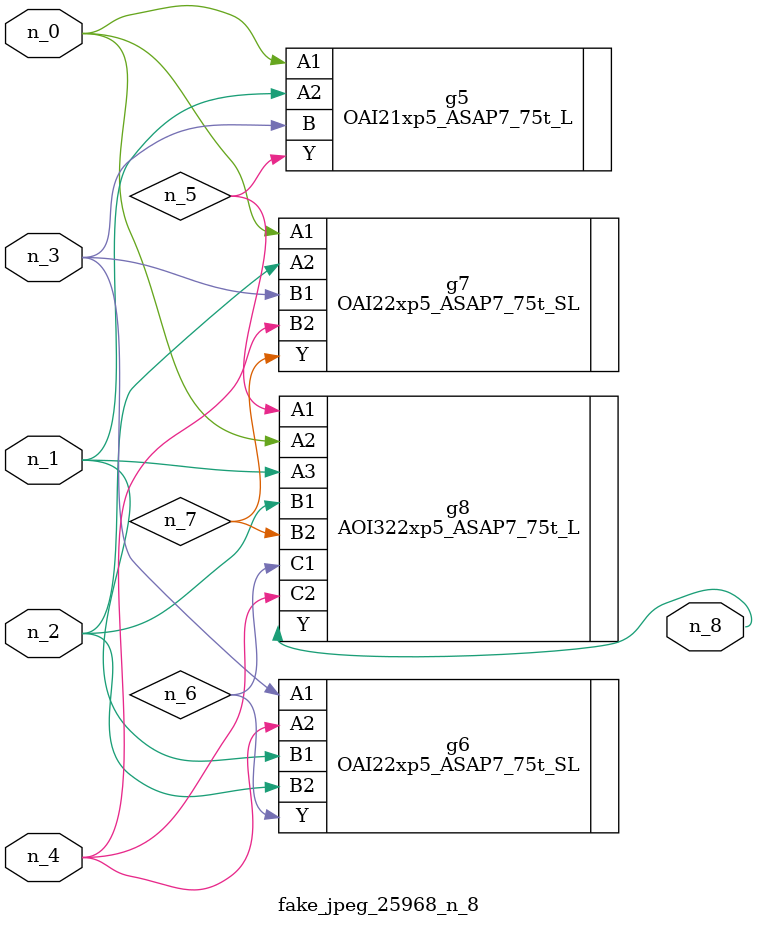
<source format=v>
module fake_jpeg_25968_n_8 (n_3, n_2, n_1, n_0, n_4, n_8);

input n_3;
input n_2;
input n_1;
input n_0;
input n_4;

output n_8;

wire n_6;
wire n_5;
wire n_7;

OAI21xp5_ASAP7_75t_L g5 ( 
.A1(n_0),
.A2(n_1),
.B(n_3),
.Y(n_5)
);

OAI22xp5_ASAP7_75t_SL g6 ( 
.A1(n_3),
.A2(n_4),
.B1(n_1),
.B2(n_2),
.Y(n_6)
);

OAI22xp5_ASAP7_75t_SL g7 ( 
.A1(n_0),
.A2(n_2),
.B1(n_3),
.B2(n_4),
.Y(n_7)
);

AOI322xp5_ASAP7_75t_L g8 ( 
.A1(n_5),
.A2(n_0),
.A3(n_1),
.B1(n_2),
.B2(n_7),
.C1(n_6),
.C2(n_4),
.Y(n_8)
);


endmodule
</source>
